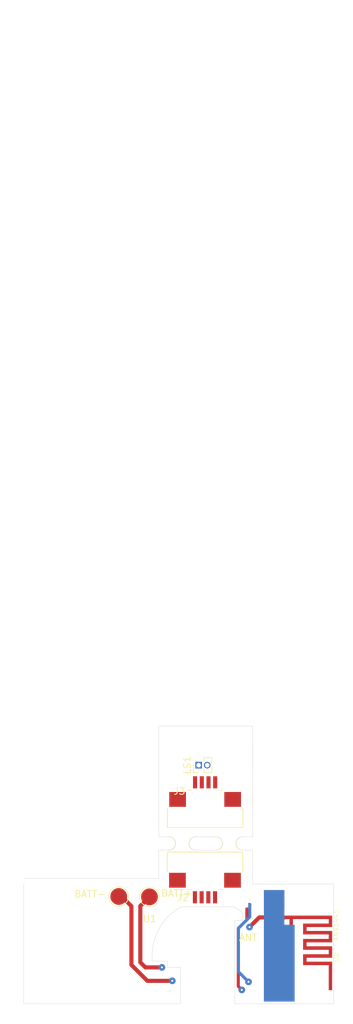
<source format=kicad_pcb>
(kicad_pcb (version 20211014) (generator pcbnew)
  (layers (0 "F.Cu" signal) (31 "B.Cu" signal) (34 "B.Paste" user) (35 "F.Paste" user) (36 "B.SilkS" user "B.Silkscreen") (37 "F.SilkS" user "F.Silkscreen") (38 "B.Mask" user) (39 "F.Mask" user) (44 "Edge.Cuts" user))
  (net 0 "")
  (net 1 "/BT_SPK-")
  (net 2 "/BT_SPK+")
  (net 3 "/SPK-")
  (net 4 "/SPK+")
  (net 5 "/BATT+")
  (net 6 "GND")
  (net 7 "Net-(U1-Pad1)")
  (footprint "MySymbols:bt_player" (layer "F.Cu") (at 154.184151 115.48892 180)
    (fp_text reference "U1" (at 8.6 5.5) (layer "F.SilkS"))
    (fp_text value "bt_player")
    (fp_text user "ANT" (at -6.05 2.7) (layer "F.SilkS"))
    (pad "1" thru_hole circle locked (at -6.25 4.25 180) (size 1 1) (drill 0.3) (layers *.Cu *.Mask) (net 7 "Net-(U1-Pad1)"))
    (pad "2" thru_hole circle locked (at -6.1 -3.9 180) (size 1 1) (drill 0.3) (layers *.Cu *.Mask) (net 2 "/BT_SPK+"))
    (pad "3" thru_hole circle locked (at -5.1 -5.1 180) (size 1 1) (drill 0.3) (layers *.Cu *.Mask) (net 1 "/BT_SPK-"))
    (pad "4" thru_hole circle locked (at 5.25 -3.75 180) (size 1 1) (drill 0.3) (layers *.Cu *.Mask) (net 6 "GND"))
    (pad "5" thru_hole circle locked (at 6.8 -1.75 180) (size 1 1) (drill 0.3) (layers *.Cu *.Mask) (net 5 "/BATT+"))
  )
  (footprint "MountingHole:MountingHole_2.1mm" (layer "F.Cu") (at 128.524 106.5276)
    (fp_text reference "H1" hide)
    (fp_text value "MountingHole")
    (pad "" np_thru_hole circle locked (at 0 0) (size 2.1 2.1) (drill 2.1) (layers *.Cu *.Mask))
  )
  (footprint "MountingHole:MountingHole_2.1mm" (layer "F.Cu") (at 128.41732 120.91416)
    (fp_text reference "H2" hide)
    (fp_text value "MountingHole")
    (pad "" np_thru_hole circle locked (at 0 0) (size 2.1 2.1) (drill 2.1) (layers *.Cu *.Mask))
  )
  (footprint "MountingHole:MountingHole_2.1mm" (layer "F.Cu") (at 157.39 89.07)
    (fp_text reference "H3" hide)
    (fp_text value "MountingHole")
    (pad "" np_thru_hole circle locked (at 0 0) (size 2.1 2.1) (drill 2.1) (layers *.Cu *.Mask))
  )
  (footprint "MountingHole:MountingHole_2.1mm" (layer "F.Cu") (at 149.21 89.16)
    (fp_text reference "H4" hide)
    (fp_text value "MountingHole")
    (pad "" np_thru_hole circle locked (at 0 0) (size 2.1 2.1) (drill 2.1) (layers *.Cu *.Mask))
  )
  (footprint "MountingHole:MountingHole_2.1mm" (layer "F.Cu") (at 148.73 83.7)
    (fp_text reference "H6" hide)
    (fp_text value "MountingHole")
    (pad "" np_thru_hole circle locked (at 0 0) (size 2.1 2.1) (drill 2.1) (layers *.Cu *.Mask))
  )
  (footprint "MountingHole:MountingHole_2.1mm" (layer "F.Cu") (at 170.72 107.42)
    (fp_text reference "H7" hide)
    (fp_text value "MountingHole")
    (pad "" np_thru_hole circle locked (at 0 0) (size 2.1 2.1) (drill 2.1) (layers *.Cu *.Mask))
  )
  (footprint "MountingHole:MountingHole_2.1mm" (layer "F.Cu") (at 169.45 120.98)
    (fp_text reference "H9" hide)
    (fp_text value "MountingHole")
    (pad "" np_thru_hole circle locked (at 0 0) (size 2.1 2.1) (drill 2.1) (layers *.Cu *.Mask))
  )
  (footprint "MountingHole:MountingHole_2.1mm" (layer "F.Cu") (at 142.19936 121.00052)
    (fp_text reference "H10" hide)
    (fp_text value "MountingHole")
    (pad "" np_thru_hole circle locked (at 0 0) (size 2.1 2.1) (drill 2.1) (layers *.Cu *.Mask))
  )
  (footprint "MountingHole:MountingHole_2.1mm" (layer "F.Cu") (at 157.65 83.35)
    (fp_text reference "H8" hide)
    (fp_text value "MountingHole")
    (pad "" np_thru_hole circle locked (at 0 0) (size 2.1 2.1) (drill 2.1) (layers *.Cu *.Mask))
  )
  (footprint "TestPoint:TestPoint_Pad_D2.5mm" (layer "F.Cu") (at 145.53 106.74)
    (fp_text reference "TP1" hide)
    (fp_text value "TestPoint" hide)
    (fp_text user "BATT+" (at 4.07 -0.54 unlocked) (layer "F.SilkS"))
    (fp_circle (center 0 0) (end 0 1.45) (layer "F.SilkS") (width 0.12) (fill none))
    (pad "1" smd circle (at 0 0) (size 2.5 2.5) (layers "F.Cu" "F.Mask") (net 5 "/BATT+"))
  )
  (footprint "TestPoint:TestPoint_Pad_D2.5mm" (layer "F.Cu") (at 140.95 106.68)
    (fp_text reference "TP2" hide)
    (fp_text value "TestPoint" hide)
    (fp_text user "BATT-" (at -4.27 -0.36 unlocked) (layer "F.SilkS"))
    (fp_circle (center 0 0) (end 0 1.45) (layer "F.SilkS") (width 0.12) (fill none))
    (pad "1" smd circle (at 0 0) (size 2.5 2.5) (layers "F.Cu" "F.Mask") (net 6 "GND"))
  )
  (footprint "Connector_Samtec_ZF_smd:ZF1-04-02-T-WT" (layer "F.Cu") (at 152.3238 89.6874)
    (fp_text reference "J3" (at -2.3238 1.3284) (layer "F.SilkS"))
    (fp_text value "CONN_ZF1-04-X-X-X" hide)
    (fp_line (start 4.156435 1.1684) (end 3.503764 1.1684) (layer "F.SilkS") (width 0.12))
    (fp_line (start -4.1261 6.731) (end 7.1261 6.731) (layer "F.SilkS") (width 0.12))
    (fp_line (start -4.1261 3.822307) (end -4.1261 6.731) (layer "F.SilkS") (width 0.12))
    (fp_line (start 7.1261 6.731) (end 7.1261 3.822307) (layer "F.SilkS") (width 0.12))
    (fp_line (start -0.503764 1.1684) (end -1.156435 1.1684) (layer "F.SilkS") (width 0.12))
    (pad "1" smd rect (at 0 0) (size 0.6096 1.8034) (layers "F.Cu" "F.Paste" "F.Mask") (net 3 "/SPK-"))
    (pad "2" smd rect (at 1.000001 0) (size 0.6096 1.8034) (layers "F.Cu" "F.Paste" "F.Mask") (net 3 "/SPK-"))
    (pad "3" smd rect (at 1.999999 0) (size 0.6096 1.8034) (layers "F.Cu" "F.Paste" "F.Mask") (net 4 "/SPK+"))
    (pad "4" smd rect (at 3 0) (size 0.6096 1.8034) (layers "F.Cu" "F.Paste" "F.Mask") (net 4 "/SPK+"))
    (pad "5" smd rect (at -2.599999 2.54) (size 2.4892 2.2098) (layers "F.Cu" "F.Paste" "F.Mask"))
    (pad "6" smd rect (at 5.599999 2.54) (size 2.4892 2.2098) (layers "F.Cu" "F.Paste" "F.Mask"))
  )
  (footprint "Connector_PinHeader_1.27mm:PinHeader_1x02_P1.27mm_Vertical" (layer "F.Cu") (at 152.86 87.13 90)
    (fp_text reference "LS1" (at 0 -1.695 90) (layer "F.SilkS"))
    (fp_text value "Speaker")
    (fp_line (start 1.11 0.76) (end 1.11 1.965) (layer "F.SilkS") (width 0.12))
    (fp_line (start -1.11 0) (end -1.11 -0.76) (layer "F.SilkS") (width 0.12))
    (fp_line (start -1.11 -0.76) (end 0 -0.76) (layer "F.SilkS") (width 0.12))
    (fp_line (start 0.30753 1.965) (end 1.11 1.965) (layer "F.SilkS") (width 0.12))
    (fp_line (start 0.563471 0.76) (end 1.11 0.76) (layer "F.SilkS") (width 0.12))
    (fp_line (start -1.11 0.76) (end -0.563471 0.76) (layer "F.SilkS") (width 0.12))
    (fp_line (start -1.11 1.965) (end -0.30753 1.965) (layer "F.SilkS") (width 0.12))
    (fp_line (start -1.11 0.76) (end -1.11 1.965) (layer "F.SilkS") (width 0.12))
    (pad "1" thru_hole rect locked (at 0 0 90) (size 1 1) (drill 0.65) (layers *.Cu *.Mask) (net 3 "/SPK-"))
    (pad "2" thru_hole oval locked (at 0 1.27 90) (size 1 1) (drill 0.65) (layers *.Cu *.Mask) (net 4 "/SPK+"))
  )
  (footprint "Panelization:mouse-bite-2mm-slot" (layer "F.Cu") (at 157.4 98.79)
    (fp_text reference "mouse-bite-2mm-slot" hide)
    (fp_text value "VAL**" hide)
    (fp_arc (start -2 -1) (mid -1 0) (end -2 1) (layer "F.SilkS") (width 0.1))
    (fp_arc (start 2 1) (mid 1 0) (end 2 -1) (layer "F.SilkS") (width 0.1))
    (pad "" np_thru_hole circle locked (at 0.75 -0.75) (size 0.5 0.5) (drill 0.5) (layers *.Cu *.Mask))
    (pad "" np_thru_hole circle locked (at 0 -0.75) (size 0.5 0.5) (drill 0.5) (layers *.Cu *.Mask))
    (pad "" np_thru_hole circle locked (at -0.75 -0.75) (size 0.5 0.5) (drill 0.5) (layers *.Cu *.Mask))
    (pad "" np_thru_hole circle locked (at 0 0.75) (size 0.5 0.5) (drill 0.5) (layers *.Cu *.Mask))
    (pad "" np_thru_hole circle locked (at 0.75 0.75) (size 0.5 0.5) (drill 0.5) (layers *.Cu *.Mask))
    (pad "" np_thru_hole circle locked (at -0.75 0.75) (size 0.5 0.5) (drill 0.5) (layers *.Cu *.Mask))
  )
  (footprint "Antennas:AN91445" (layer "F.Cu") (at 167.66 114.02 -90)
    (fp_text reference "U2" (at 1.75 -5.725 90) (layer "F.SilkS") (effects (font (size 0.7 0.7) (thickness 0.07))))
    (fp_text value "AN91445" (at -3.075 -5.675 90) (layer "F.SilkS") (effects (font (size 0.7 0.7) (thickness 0.07))))
    (fp_poly (pts (xy -2.794 -1.27) (xy -2.201333 -1.27) (xy -2.201333 -5.08) (xy -0.508 -5.08) (xy -0.508 -1.27) (xy 0.084667 -1.27) (xy 0.084667 -5.08) (xy 1.778 -5.08) (xy 1.778 -1.27) (xy 2.370667 -1.27) (xy 2.370667 -5.08) (xy 6.604 -5.08) (xy 6.604 -4.572) (xy 2.878667 -4.572) (xy 2.878667 -0.762) (xy 1.27 -0.762) (xy 1.27 -4.572) (xy 0.592667 -4.572) (xy 0.592667 -0.762) (xy -1.016 -0.762) (xy -1.016 -4.572) (xy -1.693333 -4.572) (xy -1.693333 -0.762) (xy -3.302 -0.762) (xy -3.302 -4.572) (xy -3.979333 -4.572) (xy -3.979333 0.762) (xy 2.963333 0.762) (xy 2.963333 1.27) (xy -3.979333 1.27) (xy -3.979333 1.653414) (xy -3.907973 2.095015) (xy -3.725333 2.539999) (xy -3.616882 2.765026) (xy -3.544645 2.958245) (xy -3.501305 3.163499) (xy -3.479541 3.424628) (xy -3.472037 3.785474) (xy -3.471333 4.061585) (xy -3.471333 5.08) (xy -4.995333 5.08) (xy -4.995333 4.103918) (xy -4.992428 3.672772) (xy -4.978472 3.36516) (xy -4.945608 3.135313) (xy -4.885975 2.937464) (xy -4.791715 2.725844) (xy -4.741333 2.624666) (xy -4.487333 2.121495) (xy -4.487333 -5.08) (xy -2.794 -5.08) (xy -2.794 -1.27)) (layer "F.Cu") (width 0.01) (fill solid))
    (fp_poly (pts (xy -5.334 5.08) (xy -8.297333 5.08) (xy -8.297333 2.032) (xy -5.334 2.032) (xy -5.334 5.08)) (layer "F.Cu") (width 0.01) (fill solid))
    (fp_poly (pts (xy 8.297333 5.08) (xy -3.132667 5.08) (xy -3.132667 2.032) (xy 8.297333 2.032) (xy 8.297333 5.08)) (layer "F.Cu") (width 0.01) (fill solid))
    (fp_poly (pts (xy 8.297333 5.086) (xy -8.297333 5.086) (xy -8.297333 2.038) (xy -3.132667 2.038) (xy -3.132667 0.514) (xy 8.297333 0.514) (xy 8.297333 5.086)) (layer "B.Cu") (width 0.01) (fill solid))
    (pad "1" smd circle locked (at -4.225 4.525 270) (size 1 1) (layers "F.Cu" "F.Paste") (net 7 "Net-(U1-Pad1)"))
    (pad "2" smd circle locked (at -6 4.525 270) (size 1 1) (layers "F.Cu" "F.Paste") (net 6 "GND"))
  )
  (footprint "Panelization:mouse-bite-2mm-slot" (layer "F.Cu") (at 150.4138 98.7902)
    (fp_text reference "mouse-bite-2mm-slot" hide)
    (fp_text value "VAL**" hide)
    (fp_arc (start 2 1) (mid 1 0) (end 2 -1) (layer "F.SilkS") (width 0.1))
    (fp_arc (start -2 -1) (mid -1 0) (end -2 1) (layer "F.SilkS") (width 0.1))
    (pad "" np_thru_hole circle locked (at 0 0.75) (size 0.5 0.5) (drill 0.5) (layers *.Cu *.Mask))
    (pad "" np_thru_hole circle locked (at 0.75 0.75) (size 0.5 0.5) (drill 0.5) (layers *.Cu *.Mask))
    (pad "" np_thru_hole circle locked (at -0.75 -0.75) (size 0.5 0.5) (drill 0.5) (layers *.Cu *.Mask))
    (pad "" np_thru_hole circle locked (at 0.75 -0.75) (size 0.5 0.5) (drill 0.5) (layers *.Cu *.Mask))
    (pad "" np_thru_hole circle locked (at -0.75 0.75) (size 0.5 0.5) (drill 0.5) (layers *.Cu *.Mask))
    (pad "" np_thru_hole circle locked (at 0 -0.75) (size 0.5 0.5) (drill 0.5) (layers *.Cu *.Mask))
  )
  (footprint "Connector_Samtec_ZF_smd:ZF1-04-02-T-WT" (layer "F.Cu") (at 155.3 106.8 180)
    (fp_text reference "J2" (at 4.81001 -0.080004) (layer "F.SilkS"))
    (fp_text value "CONN_ZF1-04-X-X-X" hide)
    (fp_line (start -4.1261 6.731) (end 7.1261 6.731) (layer "F.SilkS") (width 0.12))
    (fp_line (start -0.503764 1.1684) (end -1.156435 1.1684) (layer "F.SilkS") (width 0.12))
    (fp_line (start -4.1261 3.822307) (end -4.1261 6.731) (layer "F.SilkS") (width 0.12))
    (fp_line (start 7.1261 6.731) (end 7.1261 3.822307) (layer "F.SilkS") (width 0.12))
    (fp_line (start 4.156435 1.1684) (end 3.503764 1.1684) (layer "F.SilkS") (width 0.12))
    (pad "1" smd rect (at 0 0 180) (size 0.6096 1.8034) (layers "F.Cu" "F.Paste" "F.Mask") (net 2 "/BT_SPK+"))
    (pad "2" smd rect (at 1.000001 0 180) (size 0.6096 1.8034) (layers "F.Cu" "F.Paste" "F.Mask") (net 2 "/BT_SPK+"))
    (pad "3" smd rect (at 1.999999 0 180) (size 0.6096 1.8034) (layers "F.Cu" "F.Paste" "F.Mask") (net 1 "/BT_SPK-"))
    (pad "4" smd rect (at 3 0 180) (size 0.6096 1.8034) (layers "F.Cu" "F.Paste" "F.Mask") (net 1 "/BT_SPK-"))
    (pad "5" smd rect (at -2.599999 2.54 180) (size 2.4892 2.2098) (layers "F.Cu" "F.Paste" "F.Mask"))
    (pad "6" smd rect (at 5.599999 2.54 180) (size 2.4892 2.2098) (layers "F.Cu" "F.Paste" "F.Mask"))
  )
  (gr_line (start 148.22932 116.30152) (end 145.965922 116.296169) (layer "Edge.Cuts") (width 0.05))
  (gr_line (start 148.22932 117.23624) (end 148.22932 116.30152) (layer "Edge.Cuts") (width 0.05))
  (gr_line (start 158.242 110.236) (end 159.4358 110.236) (layer "Edge.Cuts") (width 0.05))
  (gr_line (start 146.91 104) (end 146.9128 99.79) (layer "Edge.Cuts") (width 0.05))
  (gr_arc (start 159.4128 99.800098) (mid 158.412751 98.800049) (end 159.4128 97.8) (layer "Edge.Cuts") (width 0.05))
  (gr_line (start 159.4358 110.236) (end 159.435799 109.118401) (layer "Edge.Cuts") (width 0.05))
  (gr_line (start 152.4128 99.790249) (end 155.394472 99.79) (layer "Edge.Cuts") (width 0.05))
  (gr_line (start 148.4072 99.79) (end 146.9128 99.79) (layer "Edge.Cuts") (width 0.05))
  (gr_line (start 158.242 122.66676) (end 158.242 110.236) (layer "Edge.Cuts") (width 0.05))
  (gr_arc (start 148.4128 97.790151) (mid 149.412728 98.792883) (end 148.4072 99.79) (layer "Edge.Cuts") (width 0.05))
  (gr_line (start 126.79172 104) (end 146.91 104) (layer "Edge.Cuts") (width 0.05))
  (gr_line (start 160.9 99.8) (end 159.4072 99.799849) (layer "Edge.Cuts") (width 0.05))
  (gr_line (start 172.974 122.66676) (end 158.242 122.66676) (layer "Edge.Cuts") (width 0.05))
  (gr_line (start 148.22932 117.23624) (end 150.1394 117.23624) (layer "Edge.Cuts") (width 0.05))
  (gr_line (start 146.92 81.3) (end 160.91 81.3) (layer "Edge.Cuts") (width 0.05))
  (gr_line (start 150.31 108.2) (end 158.06 108.2) (layer "Edge.Cuts") (width 0.05))
  (gr_arc (start 145.965922 116.296169) (mid 146.907228 111.587723) (end 150.310001 108.200001) (layer "Edge.Cuts") (width 0.05))
  (gr_line (start 160.9 99.8) (end 160.9 104.84) (layer "Edge.Cuts") (width 0.05))
  (gr_line (start 150.1394 117.23624) (end 150.1394 122.65152) (layer "Edge.Cuts") (width 0.05))
  (gr_arc (start 158.060192 108.19964) (mid 158.771052 108.6245) (end 159.435799 109.118401) (layer "Edge.Cuts") (width 0.05))
  (gr_line (start 152.4128 97.790151) (end 155.400072 97.790151) (layer "Edge.Cuts") (width 0.05))
  (gr_line (start 148.4128 97.790151) (end 146.9184 97.790151) (layer "Edge.Cuts") (width 0.05))
  (gr_arc (start 155.400072 97.790151) (mid 156.4 98.792883) (end 155.394472 99.79) (layer "Edge.Cuts") (width 0.05))
  (gr_line (start 172.97 104.8258) (end 172.974 122.66676) (layer "Edge.Cuts") (width 0.05))
  (gr_line (start 160.9 104.84) (end 172.97 104.8258) (layer "Edge.Cuts") (width 0.05))
  (gr_line (start 160.9072 97.8) (end 159.4128 97.8) (layer "Edge.Cuts") (width 0.05))
  (gr_line (start 146.92 81.3) (end 146.918405 97.790157) (layer "Edge.Cuts") (width 0.05))
  (gr_line (start 160.91 81.3) (end 160.9072 97.8) (layer "Edge.Cuts") (width 0.05))
  (gr_arc (start 152.4128 99.790249) (mid 151.412751 98.7902) (end 152.4128 97.790151) (layer "Edge.Cuts") (width 0.05))
  (gr_line (start 126.79172 122.65152) (end 126.79172 104.8258) (layer "Edge.Cuts") (width 0.05))
  (gr_line (start 150.1394 122.65152) (end 126.79172 122.65152) (layer "Edge.Cuts") (width 0.05))
  (segment (start 158.76 120.064769) (end 159.284151 120.58892) (width 0.4572) (layer "F.Cu") (net 1))
  (segment (start 158.76 111.42392) (end 158.76 120.064769) (width 0.4572) (layer "F.Cu") (net 1))
  (segment (start 160.04 110.14392) (end 158.76 111.42392) (width 0.4572) (layer "F.Cu") (net 1))
  (segment (start 160.04 108.52381) (end 160.04 110.14392) (width 0.4572) (layer "F.Cu") (net 1))
  (segment (start 160.35 107.73) (end 160.369999 107.710001) (width 0.2) (layer "F.Cu") (net 2))
  (segment (start 160.5 107.88) (end 160.35 107.73) (width 0.2) (layer "F.Cu") (net 2))
  (segment (start 158.78 117.884769) (end 158.78 111.41) (width 0.4572) (layer "B.Cu") (net 2))
  (segment (start 160.284151 119.38892) (end 158.78 117.884769) (width 0.4572) (layer "B.Cu") (net 2))
  (segment (start 160.47 107.91) (end 160.5 107.88) (width 0.4572) (layer "B.Cu") (net 2))
  (segment (start 158.78 111.41) (end 160.47 109.72) (width 0.4572) (layer "B.Cu") (net 2))
  (segment (start 160.47 109.72) (end 160.47 107.91) (width 0.4572) (layer "B.Cu") (net 2))
  (segment (start 144.1704 116.4844) (end 144.1704 108.0996) (width 0.6096) (layer "F.Cu") (net 5))
  (segment (start 147.384151 117.23892) (end 144.92492 117.23892) (width 0.6096) (layer "F.Cu") (net 5))
  (segment (start 144.92492 117.23892) (end 144.1704 116.4844) (width 0.6096) (layer "F.Cu") (net 5))
  (segment (start 144.1704 108.0996) (end 145.53 106.74) (width 0.6096) (layer "F.Cu") (net 5))
  (segment (start 142.84452 108.12452) (end 141.4 106.68) (width 0.6096) (layer "F.Cu") (net 6))
  (segment (start 145.21296 119.23892) (end 142.84452 116.87048) (width 0.6096) (layer "F.Cu") (net 6))
  (segment (start 141.4 106.68) (end 140.95 106.68) (width 0.6096) (layer "F.Cu") (net 6))
  (segment (start 148.934151 119.23892) (end 145.21296 119.23892) (width 0.6096) (layer "F.Cu") (net 6))
  (segment (start 142.84452 116.87048) (end 142.84452 108.12452) (width 0.6096) (layer "F.Cu") (net 6))
  (segment (start 160.434151 111.23892) (end 161.878071 109.795) (width 0.6096) (layer "F.Cu") (net 7))
  (segment (start 161.878071 109.795) (end 163.135 109.795) (width 0.6096) (layer "F.Cu") (net 7))
)
</source>
